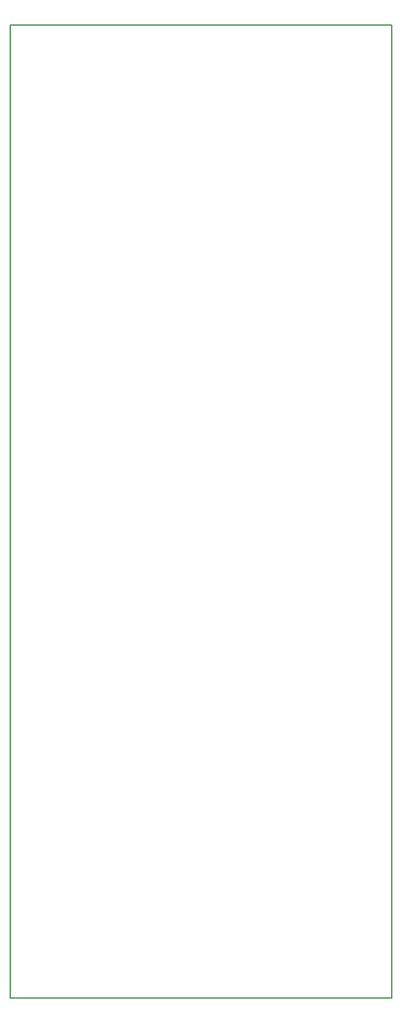
<source format=gbr>
%TF.GenerationSoftware,KiCad,Pcbnew,(5.1.6-0)*%
%TF.CreationDate,2020-09-07T10:46:08-07:00*%
%TF.ProjectId,panel_board,70616e65-6c5f-4626-9f61-72642e6b6963,rev?*%
%TF.SameCoordinates,Original*%
%TF.FileFunction,Profile,NP*%
%FSLAX46Y46*%
G04 Gerber Fmt 4.6, Leading zero omitted, Abs format (unit mm)*
G04 Created by KiCad (PCBNEW (5.1.6-0)) date 2020-09-07 10:46:08*
%MOMM*%
%LPD*%
G01*
G04 APERTURE LIST*
%TA.AperFunction,Profile*%
%ADD10C,0.200000*%
%TD*%
G04 APERTURE END LIST*
D10*
X67928073Y-164401939D02*
X67928073Y-36023889D01*
X118306125Y-164401939D02*
X67928073Y-164401939D01*
X118306125Y-36023889D02*
X118306125Y-164401939D01*
X67928073Y-36023889D02*
X118306125Y-36023889D01*
M02*

</source>
